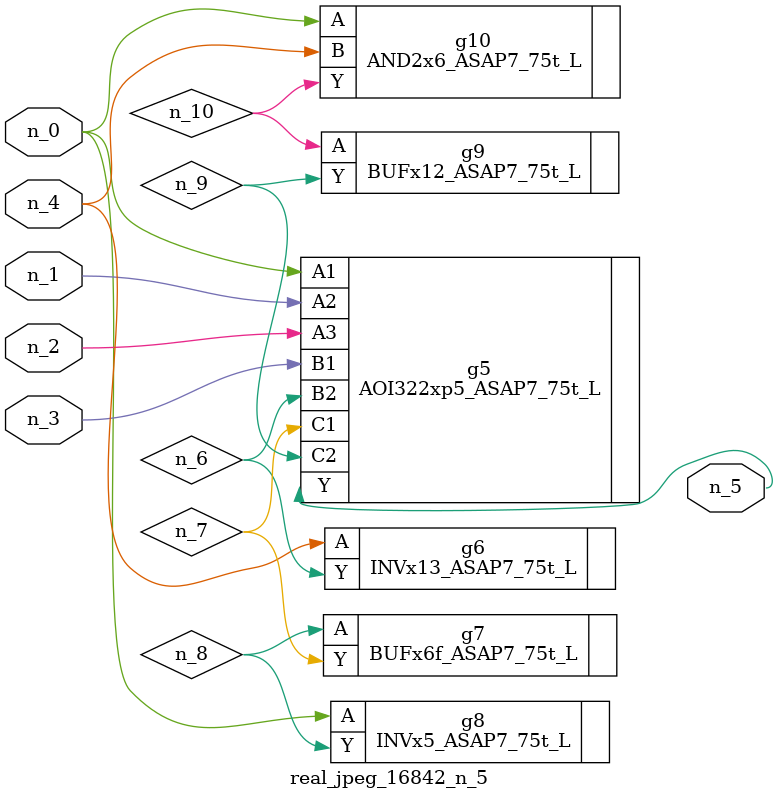
<source format=v>
module real_jpeg_16842_n_5 (n_4, n_0, n_1, n_2, n_3, n_5);

input n_4;
input n_0;
input n_1;
input n_2;
input n_3;

output n_5;

wire n_8;
wire n_6;
wire n_7;
wire n_10;
wire n_9;

AOI322xp5_ASAP7_75t_L g5 ( 
.A1(n_0),
.A2(n_1),
.A3(n_2),
.B1(n_3),
.B2(n_6),
.C1(n_7),
.C2(n_9),
.Y(n_5)
);

INVx5_ASAP7_75t_L g8 ( 
.A(n_0),
.Y(n_8)
);

AND2x6_ASAP7_75t_L g10 ( 
.A(n_0),
.B(n_4),
.Y(n_10)
);

INVx13_ASAP7_75t_L g6 ( 
.A(n_4),
.Y(n_6)
);

BUFx6f_ASAP7_75t_L g7 ( 
.A(n_8),
.Y(n_7)
);

BUFx12_ASAP7_75t_L g9 ( 
.A(n_10),
.Y(n_9)
);


endmodule
</source>
